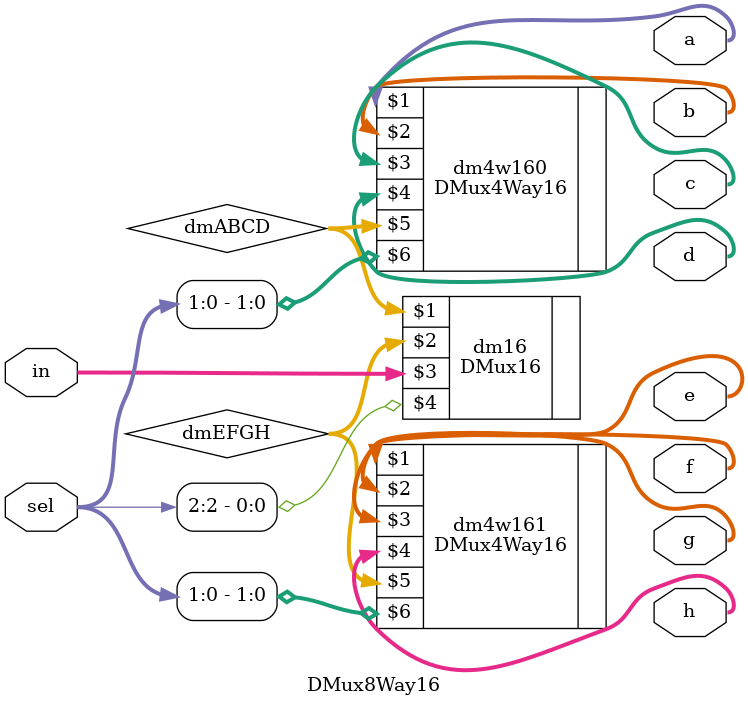
<source format=v>
/* módulo DMux8Way16 */

`ifndef _DMux8Way16_
`define _DMux8Way16_

`include "DMux16.v"
`include "DMux4Way16.v"

module DMux8Way16(a, b, c, d, e, f, g, h, in, sel);
    input [15:0] in;
    input [2:0] sel;
    output [15:0] a, b, c, d, e, f, g, h;
    wire [15:0] dmABCD, dmEFGH;

    DMux16 dm16(dmABCD, dmEFGH, in, sel[2]);
    DMux4Way16 dm4w160(a,b,c,d, dmABCD, sel[1:0]);
    DMux4Way16 dm4w161(e,f,g,h, dmEFGH, sel[1:0]);


    // Descrição de conexões internas do módulo

endmodule

`endif

</source>
